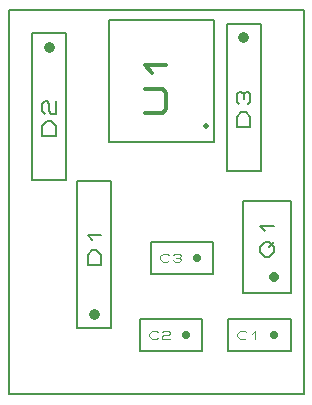
<source format=gbr>
G04 PROTEUS GERBER X2 FILE*
%TF.GenerationSoftware,Labcenter,Proteus,8.10-SP3-Build29560*%
%TF.CreationDate,2021-11-08T14:01:37+00:00*%
%TF.FileFunction,AssemblyDrawing,Top*%
%TF.FilePolarity,Positive*%
%TF.Part,Single*%
%TF.SameCoordinates,{7c1fb083-864a-452a-ad60-76d9de97a9ee}*%
%FSLAX45Y45*%
%MOMM*%
G01*
%TA.AperFunction,Profile*%
%ADD15C,0.203200*%
%TA.AperFunction,Material*%
%ADD16C,0.203200*%
%ADD20C,0.508000*%
%ADD21C,0.302420*%
%ADD22C,0.711200*%
%ADD23C,0.111760*%
%ADD24C,0.914400*%
%ADD25C,0.186690*%
%ADD26C,0.812800*%
%ADD27C,0.194730*%
%TD.AperFunction*%
D15*
X-3250000Y+1750000D02*
X-750000Y+1750000D01*
X-750000Y+5000000D01*
X-3250000Y+5000000D01*
X-3250000Y+1750000D01*
D16*
X-2404500Y+3882840D02*
X-1515500Y+3882840D01*
X-1515500Y+4919160D01*
X-2404500Y+4919160D01*
X-2404500Y+3882840D01*
D20*
X-1579000Y+4020000D02*
X-1579000Y+4020000D01*
D21*
X-2095179Y+4128814D02*
X-1943964Y+4128814D01*
X-1913721Y+4162837D01*
X-1913721Y+4298930D01*
X-1943964Y+4332953D01*
X-2095179Y+4332953D01*
X-2034693Y+4469046D02*
X-2095179Y+4537093D01*
X-1913721Y+4537093D01*
D16*
X-2141160Y+2112840D02*
X-1612840Y+2112840D01*
X-1612840Y+2387160D01*
X-2141160Y+2387160D01*
X-2141160Y+2112840D01*
D22*
X-1750000Y+2250000D02*
X-1750000Y+2250000D01*
D23*
X-1988506Y+2227648D02*
X-2001079Y+2216472D01*
X-2038798Y+2216472D01*
X-2063944Y+2238824D01*
X-2063944Y+2261176D01*
X-2038798Y+2283528D01*
X-2001079Y+2283528D01*
X-1988506Y+2272352D01*
X-1950787Y+2272352D02*
X-1938214Y+2283528D01*
X-1900495Y+2283528D01*
X-1887922Y+2272352D01*
X-1887922Y+2261176D01*
X-1900495Y+2250000D01*
X-1938214Y+2250000D01*
X-1950787Y+2238824D01*
X-1950787Y+2216472D01*
X-1887922Y+2216472D01*
D16*
X-2046160Y+2767840D02*
X-1517840Y+2767840D01*
X-1517840Y+3042160D01*
X-2046160Y+3042160D01*
X-2046160Y+2767840D01*
D22*
X-1655000Y+2905000D02*
X-1655000Y+2905000D01*
D23*
X-1893506Y+2882648D02*
X-1906079Y+2871472D01*
X-1943798Y+2871472D01*
X-1968944Y+2893824D01*
X-1968944Y+2916176D01*
X-1943798Y+2938528D01*
X-1906079Y+2938528D01*
X-1893506Y+2927352D01*
X-1855787Y+2927352D02*
X-1843214Y+2938528D01*
X-1805495Y+2938528D01*
X-1792922Y+2927352D01*
X-1792922Y+2916176D01*
X-1805495Y+2905000D01*
X-1792922Y+2893824D01*
X-1792922Y+2882648D01*
X-1805495Y+2871472D01*
X-1843214Y+2871472D01*
X-1855787Y+2882648D01*
X-1830641Y+2905000D02*
X-1805495Y+2905000D01*
D16*
X-2668780Y+2310700D02*
X-2381760Y+2310700D01*
X-2381760Y+3555300D01*
X-2668780Y+3555300D01*
X-2668780Y+2310700D01*
D24*
X-2524000Y+2425000D02*
X-2524000Y+2425000D01*
D25*
X-2469263Y+2844989D02*
X-2581277Y+2844989D01*
X-2581277Y+2928999D01*
X-2543939Y+2971004D01*
X-2506601Y+2971004D01*
X-2469263Y+2928999D01*
X-2469263Y+2844989D01*
X-2543939Y+3055015D02*
X-2581277Y+3097020D01*
X-2469263Y+3097020D01*
D16*
X-3051240Y+3560700D02*
X-2764220Y+3560700D01*
X-2764220Y+4805300D01*
X-3051240Y+4805300D01*
X-3051240Y+3560700D01*
D24*
X-2909000Y+4691000D02*
X-2909000Y+4691000D01*
D25*
X-2851723Y+3934969D02*
X-2963737Y+3934969D01*
X-2963737Y+4018979D01*
X-2926399Y+4060984D01*
X-2889061Y+4060984D01*
X-2851723Y+4018979D01*
X-2851723Y+3934969D01*
X-2945068Y+4123992D02*
X-2963737Y+4144995D01*
X-2963737Y+4208003D01*
X-2945068Y+4229005D01*
X-2926399Y+4229005D01*
X-2907730Y+4208003D01*
X-2907730Y+4144995D01*
X-2889061Y+4123992D01*
X-2851723Y+4123992D01*
X-2851723Y+4229005D01*
D16*
X-1404240Y+3639700D02*
X-1117220Y+3639700D01*
X-1117220Y+4884300D01*
X-1404240Y+4884300D01*
X-1404240Y+3639700D01*
D24*
X-1262000Y+4770000D02*
X-1262000Y+4770000D01*
D25*
X-1204723Y+4013969D02*
X-1316737Y+4013969D01*
X-1316737Y+4097979D01*
X-1279399Y+4139984D01*
X-1242061Y+4139984D01*
X-1204723Y+4097979D01*
X-1204723Y+4013969D01*
X-1298068Y+4202992D02*
X-1316737Y+4223995D01*
X-1316737Y+4287003D01*
X-1298068Y+4308005D01*
X-1279399Y+4308005D01*
X-1260730Y+4287003D01*
X-1242061Y+4308005D01*
X-1223392Y+4308005D01*
X-1204723Y+4287003D01*
X-1204723Y+4223995D01*
X-1223392Y+4202992D01*
X-1260730Y+4244997D02*
X-1260730Y+4287003D01*
D16*
X-1264160Y+2604840D02*
X-862840Y+2604840D01*
X-862840Y+3387160D01*
X-1264160Y+3387160D01*
X-1264160Y+2604840D01*
D26*
X-1000000Y+2742000D02*
X-1000000Y+2742000D01*
D27*
X-1082973Y+2909641D02*
X-1121920Y+2953455D01*
X-1121920Y+2997270D01*
X-1082973Y+3041085D01*
X-1044027Y+3041085D01*
X-1005080Y+2997270D01*
X-1005080Y+2953455D01*
X-1044027Y+2909641D01*
X-1082973Y+2909641D01*
X-1044027Y+2997270D02*
X-1005080Y+3041085D01*
X-1082973Y+3128714D02*
X-1121920Y+3172529D01*
X-1005080Y+3172529D01*
D16*
X-1391160Y+2112840D02*
X-862840Y+2112840D01*
X-862840Y+2387160D01*
X-1391160Y+2387160D01*
X-1391160Y+2112840D01*
D22*
X-1000000Y+2250000D02*
X-1000000Y+2250000D01*
D23*
X-1238506Y+2227648D02*
X-1251079Y+2216472D01*
X-1288798Y+2216472D01*
X-1313944Y+2238824D01*
X-1313944Y+2261176D01*
X-1288798Y+2283528D01*
X-1251079Y+2283528D01*
X-1238506Y+2272352D01*
X-1188214Y+2261176D02*
X-1163068Y+2283528D01*
X-1163068Y+2216472D01*
M02*

</source>
